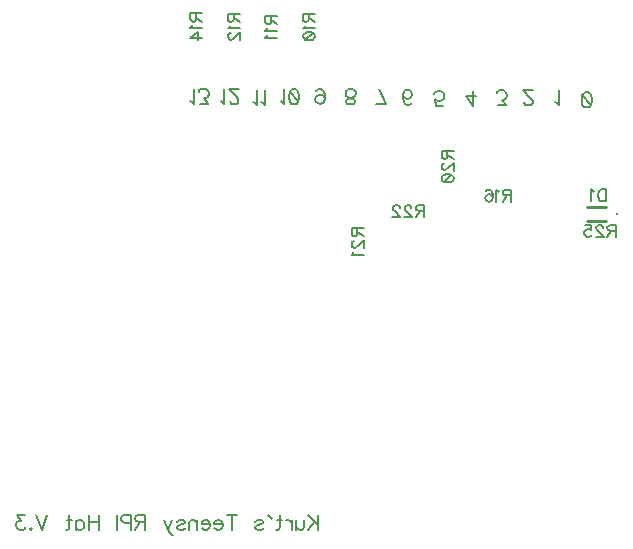
<source format=gbo>
G04 DipTrace Beta 3.0.9.0*
G04 TeensyArbotixProRPIT3.6V0.3.gbo*
%MOIN*%
G04 #@! TF.FileFunction,Legend,Bot*
G04 #@! TF.Part,Single*
%ADD10C,0.009843*%
%ADD55C,0.009433*%
%ADD115C,0.006176*%
%ADD116C,0.00772*%
%ADD117C,0.006995*%
%FSLAX26Y26*%
G04*
G70*
G90*
G75*
G01*
G04 BotSilk*
%LPD*%
X3177365Y1510160D2*
D10*
X3114374D1*
X3177365Y1462917D2*
X3114374D1*
D55*
X3214373Y1486538D3*
X2187828Y2153516D2*
D115*
Y2136316D1*
X2185883Y2130568D1*
X2183982Y2128623D1*
X2180179Y2126721D1*
X2176332D1*
X2172530Y2128623D1*
X2170584Y2130568D1*
X2168683Y2136316D1*
Y2153516D1*
X2208875D1*
X2187828Y2140119D2*
X2208875Y2126721D1*
X2176377Y2114370D2*
X2174431Y2110523D1*
X2168727Y2104775D1*
X2208875D1*
X2168727Y2080928D2*
X2170628Y2086676D1*
X2176377Y2090522D1*
X2185927Y2092424D1*
X2191675D1*
X2201226Y2090522D1*
X2206974Y2086676D1*
X2208875Y2080928D1*
Y2077125D1*
X2206974Y2071377D1*
X2201226Y2067575D1*
X2191675Y2065629D1*
X2185927D1*
X2176376Y2067575D1*
X2170628Y2071377D1*
X2168727Y2077125D1*
Y2080928D1*
X2176376Y2067575D2*
X2201226Y2090522D1*
X2062828Y2144916D2*
Y2127716D1*
X2060883Y2121968D1*
X2058982Y2120023D1*
X2055179Y2118121D1*
X2051332D1*
X2047530Y2120023D1*
X2045584Y2121968D1*
X2043683Y2127716D1*
Y2144916D1*
X2083875D1*
X2062828Y2131519D2*
X2083875Y2118121D1*
X2051377Y2105770D2*
X2049431Y2101923D1*
X2043727Y2096175D1*
X2083875D1*
X2051376Y2083824D2*
X2049431Y2079977D1*
X2043727Y2074229D1*
X2083875D1*
X1937828Y2153516D2*
Y2136316D1*
X1935883Y2130568D1*
X1933982Y2128623D1*
X1930179Y2126721D1*
X1926332D1*
X1922530Y2128623D1*
X1920584Y2130568D1*
X1918683Y2136316D1*
Y2153516D1*
X1958875D1*
X1937828Y2140119D2*
X1958875Y2126721D1*
X1926377Y2114370D2*
X1924431Y2110523D1*
X1918727Y2104775D1*
X1958875D1*
X1928278Y2090478D2*
X1926377D1*
X1922530Y2088577D1*
X1920628Y2086676D1*
X1918727Y2082829D1*
Y2075180D1*
X1920628Y2071377D1*
X1922530Y2069476D1*
X1926376Y2067530D1*
X1930179D1*
X1934026Y2069476D1*
X1939730Y2073278D1*
X1958875Y2092424D1*
Y2065629D1*
X1812828Y2154467D2*
Y2137267D1*
X1810883Y2131519D1*
X1808982Y2129573D1*
X1805179Y2127672D1*
X1801332D1*
X1797530Y2129573D1*
X1795584Y2131519D1*
X1793683Y2137267D1*
Y2154467D1*
X1833875D1*
X1812828Y2141069D2*
X1833875Y2127672D1*
X1801377Y2115321D2*
X1799431Y2111474D1*
X1793727Y2105726D1*
X1833875D1*
Y2074229D2*
X1793727D1*
X1820478Y2093374D1*
Y2064678D1*
X2861987Y1548312D2*
X2844787D1*
X2839039Y1550257D1*
X2837093Y1552158D1*
X2835192Y1555961D1*
Y1559808D1*
X2837093Y1563610D1*
X2839039Y1565556D1*
X2844787Y1567457D1*
X2861987D1*
Y1527265D1*
X2848589Y1548312D2*
X2835192Y1527265D1*
X2822841Y1559763D2*
X2818994Y1561709D1*
X2813246Y1567413D1*
Y1527265D1*
X2777947Y1561709D2*
X2779848Y1565511D1*
X2785596Y1567413D1*
X2789398D1*
X2795146Y1565511D1*
X2798993Y1559763D1*
X2800894Y1550213D1*
Y1540662D1*
X2798993Y1533013D1*
X2795146Y1529166D1*
X2789398Y1527265D1*
X2787497D1*
X2781793Y1529166D1*
X2777947Y1533013D1*
X2776045Y1538761D1*
Y1540662D1*
X2777947Y1546410D1*
X2781793Y1550213D1*
X2787497Y1552114D1*
X2789398D1*
X2795146Y1550213D1*
X2798993Y1546410D1*
X2800894Y1540662D1*
X2650055Y1696559D2*
Y1679360D1*
X2648110Y1673612D1*
X2646209Y1671666D1*
X2642406Y1669765D1*
X2638559D1*
X2634757Y1671666D1*
X2632811Y1673612D1*
X2630910Y1679360D1*
Y1696559D1*
X2671102D1*
X2650055Y1683162D2*
X2671102Y1669765D1*
X2640505Y1655468D2*
X2638604D1*
X2634757Y1653567D1*
X2632856Y1651665D1*
X2630954Y1647819D1*
Y1640169D1*
X2632856Y1636367D1*
X2634757Y1634466D1*
X2638604Y1632520D1*
X2642406D1*
X2646253Y1634465D1*
X2651957Y1638268D1*
X2671102Y1657413D1*
Y1630619D1*
X2630954Y1606771D2*
X2632856Y1612519D1*
X2638604Y1616366D1*
X2648154Y1618267D1*
X2653902D1*
X2663453Y1616366D1*
X2669201Y1612519D1*
X2671102Y1606771D1*
Y1602969D1*
X2669201Y1597221D1*
X2663453Y1593418D1*
X2653902Y1591473D1*
X2648154D1*
X2638604Y1593418D1*
X2632855Y1597221D1*
X2630954Y1602969D1*
Y1606771D1*
X2638604Y1593418D2*
X2663453Y1616366D1*
X2350055Y1437959D2*
Y1420760D1*
X2348110Y1415012D1*
X2346209Y1413066D1*
X2342406Y1411165D1*
X2338559D1*
X2334757Y1413066D1*
X2332811Y1415012D1*
X2330910Y1420760D1*
Y1437960D1*
X2371102Y1437959D1*
X2350055Y1424562D2*
X2371102Y1411165D1*
X2340505Y1396868D2*
X2338604D1*
X2334757Y1394967D1*
X2332856Y1393065D1*
X2330954Y1389219D1*
Y1381569D1*
X2332856Y1377767D1*
X2334757Y1375866D1*
X2338604Y1373920D1*
X2342406D1*
X2346253Y1375866D1*
X2351957Y1379668D1*
X2371102Y1398813D1*
Y1372019D1*
X2338604Y1359667D2*
X2336658Y1355821D1*
X2330954Y1350073D1*
X2371102D1*
X2571559Y1496441D2*
X2554360D1*
X2548611Y1498387D1*
X2546666Y1500288D1*
X2544765Y1504091D1*
Y1507937D1*
X2546666Y1511740D1*
X2548611Y1513685D1*
X2554360Y1515587D1*
X2571559D1*
Y1475395D1*
X2558162Y1496441D2*
X2544765Y1475395D1*
X2530468Y1505992D2*
Y1507893D1*
X2528567Y1511740D1*
X2526665Y1513641D1*
X2522819Y1515542D1*
X2515169D1*
X2511367Y1513641D1*
X2509465Y1511740D1*
X2507520Y1507893D1*
Y1504091D1*
X2509465Y1500244D1*
X2513268Y1494540D1*
X2532413Y1475395D1*
X2505619D1*
X2491322Y1505992D2*
Y1507893D1*
X2489421Y1511740D1*
X2487519Y1513641D1*
X2483672Y1515542D1*
X2476023D1*
X2472221Y1513641D1*
X2470319Y1511740D1*
X2468374Y1507893D1*
Y1504091D1*
X2470319Y1500244D1*
X2474122Y1494540D1*
X2493267Y1475395D1*
X2466473D1*
X3210624Y1430485D2*
X3193424D1*
X3187676Y1432430D1*
X3185730Y1434331D1*
X3183829Y1438134D1*
Y1441981D1*
X3185730Y1445783D1*
X3187676Y1447729D1*
X3193424Y1449630D1*
X3210624D1*
Y1409438D1*
X3197226Y1430485D2*
X3183829Y1409438D1*
X3169532Y1440035D2*
Y1441936D1*
X3167631Y1445783D1*
X3165730Y1447684D1*
X3161883Y1449586D1*
X3154234D1*
X3150431Y1447684D1*
X3148530Y1445783D1*
X3146584Y1441936D1*
Y1438134D1*
X3148530Y1434287D1*
X3152332Y1428583D1*
X3171478Y1409438D1*
X3144683D1*
X3109384Y1449586D2*
X3128485D1*
X3130386Y1432386D1*
X3128485Y1434287D1*
X3122737Y1436233D1*
X3117033D1*
X3111285Y1434287D1*
X3107438Y1430485D1*
X3105537Y1424736D1*
Y1420934D1*
X3107438Y1415186D1*
X3111285Y1411339D1*
X3117033Y1409438D1*
X3122737D1*
X3128485Y1411339D1*
X3130386Y1413285D1*
X3132332Y1417087D1*
X3179288Y1568738D2*
Y1528546D1*
X3165891D1*
X3160143Y1530492D1*
X3156296Y1534294D1*
X3154395Y1538141D1*
X3152493Y1543845D1*
Y1553440D1*
X3154395Y1559188D1*
X3156296Y1562990D1*
X3160143Y1566837D1*
X3165891Y1568738D1*
X3179288D1*
X3140142Y1561045D2*
X3136295Y1562990D1*
X3130547Y1568694D1*
Y1528546D1*
X2219320Y483575D2*
D117*
Y433335D1*
X2185827Y483575D2*
X2219320Y450081D1*
X2207382Y462075D2*
X2185827Y433335D1*
X2171837Y466828D2*
Y442896D1*
X2169460Y435766D1*
X2164652Y433335D1*
X2157467D1*
X2152714Y435766D1*
X2145529Y442896D1*
Y466828D2*
Y433335D1*
X2131539Y466828D2*
Y433335D1*
Y452458D2*
X2129107Y459643D1*
X2124354Y464451D1*
X2119546Y466828D1*
X2112361D1*
X2091186Y483575D2*
Y442896D1*
X2088810Y435766D1*
X2084001Y433335D1*
X2079248D1*
X2098371Y466828D2*
X2081625D1*
X2053265Y483519D2*
X2065258Y469149D1*
X2050888Y481143D1*
X2053265Y483519D1*
X2010591Y459643D2*
X2012967Y464451D1*
X2020152Y466828D1*
X2027337D1*
X2034522Y464451D1*
X2036899Y459643D1*
X2034522Y454890D1*
X2029714Y452458D1*
X2017776Y450081D1*
X2012967Y447705D1*
X2010591Y442896D1*
Y440520D1*
X2012967Y435766D1*
X2020152Y433335D1*
X2027337D1*
X2034522Y435766D1*
X2036899Y440520D1*
X1932703Y483575D2*
Y433335D1*
X1949450Y483575D2*
X1915956D1*
X1901967Y452458D2*
X1873282D1*
Y457266D1*
X1875659Y462075D1*
X1878035Y464451D1*
X1882844Y466828D1*
X1890029D1*
X1894782Y464451D1*
X1899590Y459643D1*
X1901967Y452458D1*
Y447705D1*
X1899590Y440520D1*
X1894782Y435766D1*
X1890029Y433335D1*
X1882844D1*
X1878035Y435766D1*
X1873282Y440520D1*
X1859293Y452458D2*
X1830608D1*
Y457266D1*
X1832984Y462075D1*
X1835361Y464451D1*
X1840169Y466828D1*
X1847354D1*
X1852108Y464451D1*
X1856916Y459643D1*
X1859293Y452458D1*
Y447705D1*
X1856916Y440520D1*
X1852108Y435766D1*
X1847354Y433335D1*
X1840169D1*
X1835361Y435766D1*
X1830608Y440520D1*
X1816618Y466828D2*
Y433335D1*
Y457266D2*
X1809433Y464451D1*
X1804625Y466828D1*
X1797495D1*
X1792687Y464451D1*
X1790310Y457266D1*
Y433335D1*
X1750012Y459643D2*
X1752389Y464451D1*
X1759574Y466828D1*
X1766759D1*
X1773944Y464451D1*
X1776320Y459643D1*
X1773944Y454890D1*
X1769135Y452458D1*
X1757197Y450081D1*
X1752389Y447705D1*
X1750012Y442896D1*
Y440520D1*
X1752389Y435766D1*
X1759574Y433335D1*
X1766759D1*
X1773944Y435766D1*
X1776320Y440520D1*
X1733591Y466828D2*
X1719276Y433335D1*
X1724029Y423773D1*
X1728838Y418965D1*
X1733591Y416588D1*
X1736023D1*
X1704906Y466828D2*
X1719276Y433335D1*
X1643765Y459643D2*
X1622265D1*
X1615080Y462075D1*
X1612648Y464451D1*
X1610272Y469205D1*
Y474013D1*
X1612648Y478766D1*
X1615080Y481198D1*
X1622265Y483575D1*
X1643765D1*
Y433335D1*
X1627018Y459643D2*
X1610272Y433335D1*
X1596282Y457266D2*
X1574727D1*
X1567597Y459643D1*
X1565166Y462075D1*
X1562789Y466828D1*
Y474013D1*
X1565166Y478766D1*
X1567597Y481198D1*
X1574727Y483575D1*
X1596282D1*
Y433335D1*
X1548799Y483575D2*
Y433335D1*
X1487659Y483575D2*
Y433335D1*
X1454165Y483575D2*
Y433335D1*
X1487659Y459643D2*
X1454165D1*
X1411491Y466828D2*
Y433335D1*
Y459643D2*
X1416244Y464451D1*
X1421053Y466828D1*
X1428182D1*
X1432991Y464451D1*
X1437744Y459643D1*
X1440176Y452458D1*
Y447705D1*
X1437744Y440520D1*
X1432991Y435766D1*
X1428182Y433335D1*
X1421053D1*
X1416244Y435766D1*
X1411491Y440520D1*
X1390316Y483575D2*
Y442896D1*
X1387940Y435766D1*
X1383131Y433335D1*
X1378378D1*
X1397502Y466828D2*
X1380755D1*
X1317238Y483575D2*
X1298114Y433335D1*
X1278991Y483575D1*
X1262625Y438143D2*
X1265002Y435711D1*
X1262625Y433335D1*
X1260193Y435711D1*
X1262625Y438143D1*
X1241395Y483519D2*
X1215142D1*
X1229457Y464396D1*
X1222272D1*
X1217519Y462019D1*
X1215142Y459643D1*
X1212710Y452458D1*
Y447705D1*
X1215142Y440520D1*
X1219895Y435711D1*
X1227080Y433335D1*
X1234265D1*
X1241395Y435711D1*
X1243772Y438143D1*
X1246204Y442896D1*
X3010168Y1857796D2*
D116*
X3014976Y1855364D1*
X3022161Y1848235D1*
Y1898419D1*
X2905326Y1859884D2*
Y1857508D1*
X2907702Y1852699D1*
X2910079Y1850323D1*
X2914887Y1847946D1*
X2924449D1*
X2929202Y1850323D1*
X2931579Y1852699D1*
X2934010Y1857508D1*
Y1862261D1*
X2931579Y1867069D1*
X2926825Y1874199D1*
X2902894Y1898131D1*
X2936387D1*
X2819644Y1847946D2*
X2845897D1*
X2831583Y1867069D1*
X2838768D1*
X2843521Y1869446D1*
X2845897Y1871822D1*
X2848329Y1879007D1*
Y1883761D1*
X2845897Y1890946D1*
X2841144Y1895754D1*
X2833959Y1898131D1*
X2826774D1*
X2819644Y1895754D1*
X2817268Y1893322D1*
X2814836Y1888569D1*
X2530336Y1857661D2*
X2527959Y1852908D1*
X2520774Y1850531D1*
X2516021D1*
X2508836Y1852908D1*
X2504028Y1860093D1*
X2501651Y1872031D1*
Y1883969D1*
X2504028Y1893531D1*
X2508836Y1898339D1*
X2516021Y1900716D1*
X2518398D1*
X2525527Y1898339D1*
X2530336Y1893531D1*
X2532712Y1886346D1*
Y1883969D1*
X2530336Y1876784D1*
X2525527Y1872031D1*
X2518398Y1869655D1*
X2516021D1*
X2508836Y1872031D1*
X2504028Y1876784D1*
X2501651Y1883969D1*
X2420841Y1902868D2*
X2444773Y1852684D1*
X2411280D1*
X2323063Y1851384D2*
X2315933Y1853761D1*
X2313501Y1858514D1*
Y1863323D1*
X2315933Y1868076D1*
X2320686Y1870508D1*
X2330248Y1872884D1*
X2337433Y1875261D1*
X2342186Y1880069D1*
X2344563Y1884822D1*
Y1892007D1*
X2342186Y1896761D1*
X2339810Y1899192D1*
X2332625Y1901569D1*
X2323063D1*
X2315933Y1899193D1*
X2313501Y1896761D1*
X2311125Y1892007D1*
Y1884822D1*
X2313501Y1880069D1*
X2318310Y1875261D1*
X2325440Y1872884D1*
X2335001Y1870508D1*
X2339810Y1868076D1*
X2342186Y1863323D1*
Y1858514D1*
X2339810Y1853761D1*
X2332625Y1851384D1*
X2323063D1*
X2241282Y1869375D2*
X2238850Y1876560D1*
X2234097Y1881368D1*
X2226912Y1883745D1*
X2224535D1*
X2217350Y1881368D1*
X2212597Y1876560D1*
X2210165Y1869375D1*
Y1866998D1*
X2212597Y1859813D1*
X2217350Y1855060D1*
X2224535Y1852684D1*
X2226912D1*
X2234097Y1855060D1*
X2238850Y1859813D1*
X2241282Y1869375D1*
Y1881368D1*
X2238850Y1893307D1*
X2234097Y1900492D1*
X2226912Y1902868D1*
X2222159D1*
X2214974Y1900492D1*
X2212597Y1895683D1*
X2734948Y1897632D2*
Y1847447D1*
X2711016Y1880885D1*
X2746886D1*
X2634873Y1846594D2*
X2610996D1*
X2608620Y1868094D1*
X2610996Y1865718D1*
X2618181Y1863286D1*
X2625311D1*
X2632496Y1865718D1*
X2637304Y1870471D1*
X2639681Y1877656D1*
Y1882409D1*
X2637304Y1889594D1*
X2632496Y1894402D1*
X2625311Y1896779D1*
X2618181D1*
X2610996Y1894402D1*
X2608620Y1891971D1*
X2606188Y1887217D1*
X3112172Y1841555D2*
X3104987Y1843932D1*
X3100178Y1851117D1*
X3097802Y1863055D1*
Y1870240D1*
X3100178Y1882178D1*
X3104987Y1889363D1*
X3112172Y1891740D1*
X3116925D1*
X3124110Y1889363D1*
X3128863Y1882178D1*
X3131295Y1870240D1*
Y1863055D1*
X3128863Y1851117D1*
X3124110Y1843931D1*
X3116925Y1841555D1*
X3112172D1*
X3128863Y1851117D2*
X3100178Y1882178D1*
X2094214Y1861392D2*
X2099023Y1858960D1*
X2106208Y1851831D1*
Y1902015D1*
X2136017Y1851831D2*
X2128832Y1854207D1*
X2124024Y1861392D1*
X2121647Y1873330D1*
Y1880515D1*
X2124024Y1892454D1*
X2128832Y1899639D1*
X2136017Y1902015D1*
X2140770D1*
X2147955Y1899639D1*
X2152708Y1892454D1*
X2155140Y1880515D1*
Y1873330D1*
X2152708Y1861392D1*
X2147955Y1854207D1*
X2140770Y1851831D1*
X2136017D1*
X2152708Y1861392D2*
X2124024Y1892454D1*
X2002643Y1857836D2*
X2007452Y1855404D1*
X2014637Y1848274D1*
Y1898459D1*
X2030076Y1857836D2*
X2034884Y1855404D1*
X2042069Y1848274D1*
Y1898459D1*
X1895277Y1861143D2*
X1900086Y1858711D1*
X1907271Y1851581D1*
Y1901766D1*
X1925142Y1863519D2*
Y1861143D1*
X1927518Y1856334D1*
X1929895Y1853958D1*
X1934703Y1851581D1*
X1944265D1*
X1949018Y1853958D1*
X1951395Y1856334D1*
X1953827Y1861143D1*
Y1865896D1*
X1951395Y1870704D1*
X1946642Y1877834D1*
X1922710Y1901766D1*
X1956203D1*
X1793335Y1862993D2*
X1798143Y1860561D1*
X1805329Y1853432D1*
Y1903616D1*
X1825576Y1853432D2*
X1851829D1*
X1837514Y1872555D1*
X1844699D1*
X1849453Y1874931D1*
X1851829Y1877308D1*
X1854261Y1884493D1*
Y1889246D1*
X1851829Y1896431D1*
X1847076Y1901240D1*
X1839891Y1903616D1*
X1832706D1*
X1825576Y1901240D1*
X1823200Y1898808D1*
X1820768Y1894055D1*
M02*

</source>
